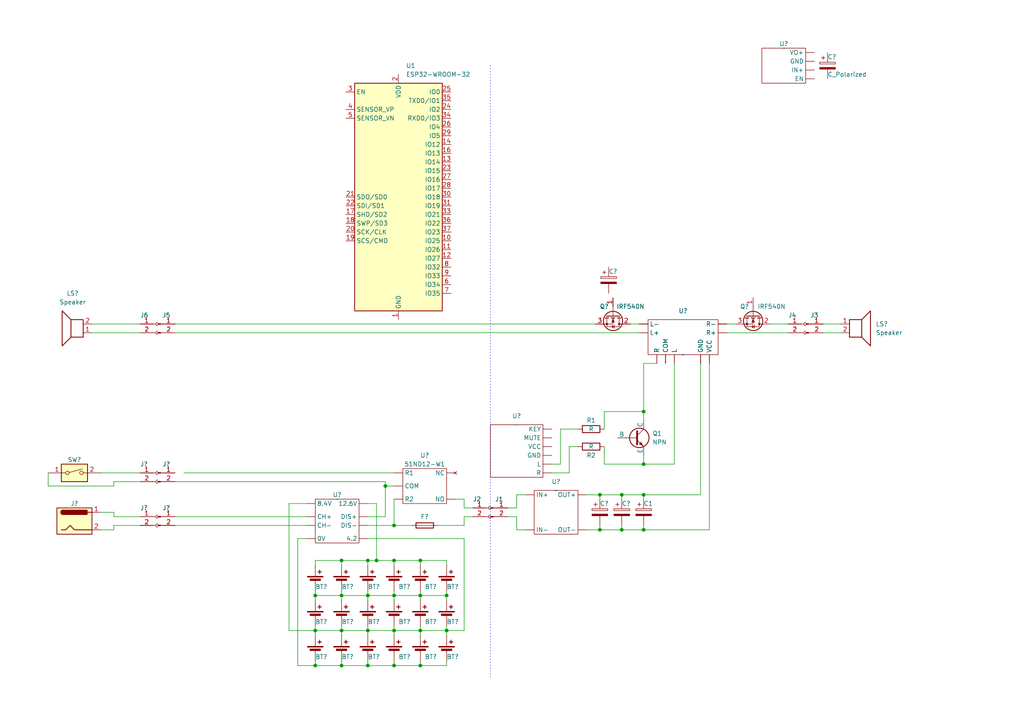
<source format=kicad_sch>
(kicad_sch (version 20230121) (generator eeschema)
  (paper "A4")
  (lib_symbols
    (symbol "Connector:Barrel_Jack" (pin_names (offset 1.016))
      (property "Reference" "J" (at 0 5.334 0))
      (property "Value" "Barrel_Jack" (at 0 -5.08 0))
      (symbol "Barrel_Jack_0_1"
        (rectangle (start -5.08 3.81) (end 5.08 -3.81) (stroke (width 0.254)) (fill (type background)))
        (arc (start -3.302 3.175) (mid -3.9343 2.54) (end -3.302 1.905) (stroke (width 0.254)))
        (arc (start -3.302 3.175) (mid -3.9343 2.54) (end -3.302 1.905) (stroke (width 0.254)) (fill (type outline)))
        (polyline (pts (xy 5.08 2.54) (xy 3.81 2.54)) (stroke (width 0.254)))
        (polyline (pts (xy -3.81 -2.54) (xy -2.54 -2.54) (xy -1.27 -1.27) (xy 0 -2.54) (xy 2.54 -2.54) (xy 5.08 -2.54)) (stroke (width 0.254)))
        (rectangle (start 3.683 3.175) (end -3.302 1.905) (stroke (width 0.254)) (fill (type outline)))
      )
      (symbol "Barrel_Jack_1_1"
        (pin passive line (at 7.62 2.54 180) (length 2.54) (name "~") (number "1"))
        (pin passive line (at 7.62 -2.54 180) (length 2.54) (name "~") (number "2"))
      )
    )
    (symbol "Connector:Conn_01x02_Pin" (pin_names (offset 1.016) hide)
      (property "Reference" "J" (at 0 2.54 0))
      (property "Value" "Conn_01x02_Pin" (at 0 -5.08 0))
      (symbol "Conn_01x02_Pin_1_1"
        (polyline (pts (xy 1.27 -2.54) (xy 0.8636 -2.54)) (stroke (width 0.1524)))
        (polyline (pts (xy 1.27 0) (xy 0.8636 0)) (stroke (width 0.1524)))
        (rectangle (start 0.8636 -2.413) (end 0 -2.667) (stroke (width 0.1524)) (fill (type outline)))
        (rectangle (start 0.8636 0.127) (end 0 -0.127) (stroke (width 0.1524)) (fill (type outline)))
        (pin passive line (at 5.08 0 180) (length 3.81) (name "Pin_1") (number "1"))
        (pin passive line (at 5.08 -2.54 180) (length 3.81) (name "Pin_2") (number "2"))
      )
    )
    (symbol "Connector:Conn_01x02_Socket" (pin_names (offset 1.016) hide)
      (property "Reference" "J" (at 0 2.54 0))
      (property "Value" "Conn_01x02_Socket" (at 0 -5.08 0))
      (symbol "Conn_01x02_Socket_1_1"
        (arc (start 0 -2.032) (mid -0.5058 -2.54) (end 0 -3.048) (stroke (width 0.1524)))
        (polyline (pts (xy -1.27 -2.54) (xy -0.508 -2.54)) (stroke (width 0.1524)))
        (polyline (pts (xy -1.27 0) (xy -0.508 0)) (stroke (width 0.1524)))
        (arc (start 0 0.508) (mid -0.5058 0) (end 0 -0.508) (stroke (width 0.1524)))
        (pin passive line (at -5.08 0 0) (length 3.81) (name "Pin_1") (number "1"))
        (pin passive line (at -5.08 -2.54 0) (length 3.81) (name "Pin_2") (number "2"))
      )
    )
    (symbol "Device:Battery_Cell" (pin_numbers hide) (pin_names (offset 0) hide)
      (property "Reference" "BT" (at 2.54 2.54 0))
      (property "Value" "Battery_Cell" (at 2.54 0 0))
      (symbol "Battery_Cell_0_1"
        (rectangle (start -2.286 1.778) (end 2.286 1.524) (fill (type outline)))
        (rectangle (start -1.524 1.016) (end 1.524 0.508) (fill (type outline)))
        (polyline (pts (xy 0 0.762) (xy 0 0)))
        (polyline (pts (xy 0 1.778) (xy 0 2.54)))
        (polyline (pts (xy 0.762 3.048) (xy 1.778 3.048)) (stroke (width 0.254)))
        (polyline (pts (xy 1.27 3.556) (xy 1.27 2.54)) (stroke (width 0.254)))
      )
      (symbol "Battery_Cell_1_1"
        (pin passive line (at 0 5.08 270) (length 2.54) (name "+") (number "1"))
        (pin passive line (at 0 -2.54 90) (length 2.54) (name "-") (number "2"))
      )
    )
    (symbol "Device:C_Polarized" (pin_numbers hide) (pin_names (offset 0.254))
      (property "Reference" "C" (at 0.635 2.54 0))
      (property "Value" "C_Polarized" (at 0.635 -2.54 0))
      (symbol "C_Polarized_0_1"
        (rectangle (start -2.286 0.508) (end 2.286 1.016))
        (polyline (pts (xy -1.778 2.286) (xy -0.762 2.286)))
        (polyline (pts (xy -1.27 2.794) (xy -1.27 1.778)))
        (rectangle (start 2.286 -0.508) (end -2.286 -1.016) (fill (type outline)))
      )
      (symbol "C_Polarized_1_1"
        (pin passive line (at 0 3.81 270) (length 2.794) (name "~") (number "1"))
        (pin passive line (at 0 -3.81 90) (length 2.794) (name "~") (number "2"))
      )
    )
    (symbol "Device:Fuse" (pin_numbers hide) (pin_names (offset 0))
      (property "Reference" "F" (at 2.032 0 90))
      (property "Value" "Fuse" (at -1.905 0 90))
      (symbol "Fuse_0_1"
        (rectangle (start -0.762 -2.54) (end 0.762 2.54) (stroke (width 0.254)))
        (polyline (pts (xy 0 2.54) (xy 0 -2.54)))
      )
      (symbol "Fuse_1_1"
        (pin passive line (at 0 3.81 270) (length 1.27) (name "~") (number "1"))
        (pin passive line (at 0 -3.81 90) (length 1.27) (name "~") (number "2"))
      )
    )
    (symbol "Device:R" (pin_numbers hide) (pin_names (offset 0))
      (property "Reference" "R" (at 2.032 0 90))
      (property "Value" "R" (at 0 0 90))
      (symbol "R_0_1"
        (rectangle (start -1.016 -2.54) (end 1.016 2.54) (stroke (width 0.254)))
      )
      (symbol "R_1_1"
        (pin passive line (at 0 3.81 270) (length 1.27) (name "~") (number "1"))
        (pin passive line (at 0 -3.81 90) (length 1.27) (name "~") (number "2"))
      )
    )
    (symbol "Device:Speaker" (pin_names (offset 0) hide)
      (property "Reference" "LS" (at 1.27 5.715 0))
      (property "Value" "Speaker" (at 1.27 3.81 0))
      (symbol "Speaker_0_0"
        (rectangle (start -2.54 1.27) (end 1.016 -3.81) (stroke (width 0.254)))
        (polyline (pts (xy 1.016 1.27) (xy 3.556 3.81) (xy 3.556 -6.35) (xy 1.016 -3.81)) (stroke (width 0.254)))
      )
      (symbol "Speaker_1_1"
        (pin input line (at -5.08 0 0) (length 2.54) (name "1") (number "1"))
        (pin input line (at -5.08 -2.54 0) (length 2.54) (name "2") (number "2"))
      )
    )
    (symbol "RF_Module:ESP32-WROOM-32"
      (property "Reference" "U" (at -12.7 34.29 0))
      (property "Value" "ESP32-WROOM-32" (at 1.27 34.29 0))
      (symbol "ESP32-WROOM-32_0_1"
        (rectangle (start -12.7 33.02) (end 12.7 -33.02) (stroke (width 0.254)) (fill (type background)))
      )
      (symbol "ESP32-WROOM-32_1_1"
        (pin power_in line (at 0 -35.56 90) (length 2.54) (name "GND") (number "1"))
        (pin bidirectional line (at 15.24 -12.7 180) (length 2.54) (name "IO25") (number "10"))
        (pin bidirectional line (at 15.24 -15.24 180) (length 2.54) (name "IO26") (number "11"))
        (pin bidirectional line (at 15.24 -17.78 180) (length 2.54) (name "IO27") (number "12"))
        (pin bidirectional line (at 15.24 10.16 180) (length 2.54) (name "IO14") (number "13"))
        (pin bidirectional line (at 15.24 15.24 180) (length 2.54) (name "IO12") (number "14"))
        (pin passive line (at 0 -35.56 90) (length 2.54) hide (name "GND") (number "15"))
        (pin bidirectional line (at 15.24 12.7 180) (length 2.54) (name "IO13") (number "16"))
        (pin bidirectional line (at -15.24 -5.08 0) (length 2.54) (name "SHD/SD2") (number "17"))
        (pin bidirectional line (at -15.24 -7.62 0) (length 2.54) (name "SWP/SD3") (number "18"))
        (pin bidirectional line (at -15.24 -12.7 0) (length 2.54) (name "SCS/CMD") (number "19"))
        (pin power_in line (at 0 35.56 270) (length 2.54) (name "VDD") (number "2"))
        (pin bidirectional line (at -15.24 -10.16 0) (length 2.54) (name "SCK/CLK") (number "20"))
        (pin bidirectional line (at -15.24 0 0) (length 2.54) (name "SDO/SD0") (number "21"))
        (pin bidirectional line (at -15.24 -2.54 0) (length 2.54) (name "SDI/SD1") (number "22"))
        (pin bidirectional line (at 15.24 7.62 180) (length 2.54) (name "IO15") (number "23"))
        (pin bidirectional line (at 15.24 25.4 180) (length 2.54) (name "IO2") (number "24"))
        (pin bidirectional line (at 15.24 30.48 180) (length 2.54) (name "IO0") (number "25"))
        (pin bidirectional line (at 15.24 20.32 180) (length 2.54) (name "IO4") (number "26"))
        (pin bidirectional line (at 15.24 5.08 180) (length 2.54) (name "IO16") (number "27"))
        (pin bidirectional line (at 15.24 2.54 180) (length 2.54) (name "IO17") (number "28"))
        (pin bidirectional line (at 15.24 17.78 180) (length 2.54) (name "IO5") (number "29"))
        (pin input line (at -15.24 30.48 0) (length 2.54) (name "EN") (number "3"))
        (pin bidirectional line (at 15.24 0 180) (length 2.54) (name "IO18") (number "30"))
        (pin bidirectional line (at 15.24 -2.54 180) (length 2.54) (name "IO19") (number "31"))
        (pin no_connect line (at -12.7 -27.94 0) (length 2.54) hide (name "NC") (number "32"))
        (pin bidirectional line (at 15.24 -5.08 180) (length 2.54) (name "IO21") (number "33"))
        (pin bidirectional line (at 15.24 22.86 180) (length 2.54) (name "RXD0/IO3") (number "34"))
        (pin bidirectional line (at 15.24 27.94 180) (length 2.54) (name "TXD0/IO1") (number "35"))
        (pin bidirectional line (at 15.24 -7.62 180) (length 2.54) (name "IO22") (number "36"))
        (pin bidirectional line (at 15.24 -10.16 180) (length 2.54) (name "IO23") (number "37"))
        (pin passive line (at 0 -35.56 90) (length 2.54) hide (name "GND") (number "38"))
        (pin passive line (at 0 -35.56 90) (length 2.54) hide (name "GND") (number "39"))
        (pin input line (at -15.24 25.4 0) (length 2.54) (name "SENSOR_VP") (number "4"))
        (pin input line (at -15.24 22.86 0) (length 2.54) (name "SENSOR_VN") (number "5"))
        (pin input line (at 15.24 -25.4 180) (length 2.54) (name "IO34") (number "6"))
        (pin input line (at 15.24 -27.94 180) (length 2.54) (name "IO35") (number "7"))
        (pin bidirectional line (at 15.24 -20.32 180) (length 2.54) (name "IO32") (number "8"))
        (pin bidirectional line (at 15.24 -22.86 180) (length 2.54) (name "IO33") (number "9"))
      )
    )
    (symbol "Simulation_SPICE:NPN" (pin_numbers hide) (pin_names (offset 0))
      (property "Reference" "Q" (at -2.54 7.62 0))
      (property "Value" "NPN" (at -2.54 5.08 0))
      (symbol "NPN_0_1"
        (polyline (pts (xy -2.54 0) (xy 0.635 0)) (stroke (width 0.1524)))
        (polyline (pts (xy 0.635 0.635) (xy 2.54 2.54)))
        (polyline (pts (xy 2.794 -1.27) (xy 2.794 -1.27)) (stroke (width 0.1524)))
        (polyline (pts (xy 2.794 -1.27) (xy 2.794 -1.27)) (stroke (width 0.1524)))
        (polyline (pts (xy 0.635 -0.635) (xy 2.54 -2.54) (xy 2.54 -2.54)))
        (polyline (pts (xy 0.635 1.905) (xy 0.635 -1.905) (xy 0.635 -1.905)) (stroke (width 0.508)))
        (polyline (pts (xy 1.27 -1.778) (xy 1.778 -1.27) (xy 2.286 -2.286) (xy 1.27 -1.778) (xy 1.27 -1.778)) (fill (type outline)))
        (circle (center 1.27 0) (radius 2.8194) (stroke (width 0.254)))
      )
      (symbol "NPN_1_1"
        (pin open_collector line (at 2.54 5.08 270) (length 2.54) (name "C") (number "1"))
        (pin input line (at -5.08 0 0) (length 2.54) (name "B") (number "2"))
        (pin open_emitter line (at 2.54 -5.08 90) (length 2.54) (name "E") (number "3"))
      )
    )
    (symbol "Switch:SW_DIP_x01" (pin_names (offset 0) hide)
      (property "Reference" "SW" (at 0 3.81 0))
      (property "Value" "SW_DIP_x01" (at 0 -3.81 0))
      (symbol "SW_DIP_x01_0_0"
        (circle (center -2.032 0) (radius 0.508))
        (polyline (pts (xy -1.524 0.127) (xy 2.3622 1.1684)))
        (circle (center 2.032 0) (radius 0.508))
      )
      (symbol "SW_DIP_x01_0_1"
        (rectangle (start -3.81 2.54) (end 3.81 -2.54) (stroke (width 0.254)) (fill (type background)))
      )
      (symbol "SW_DIP_x01_1_1"
        (pin passive line (at -7.62 0 0) (length 5.08) (name "~") (number "1"))
        (pin passive line (at 7.62 0 180) (length 5.08) (name "~") (number "2"))
      )
    )
    (symbol "Transistor_FET:IRF540N" (pin_names hide)
      (property "Reference" "Q" (at 6.35 1.905 0))
      (property "Value" "IRF540N" (at 6.35 0 0))
      (symbol "IRF540N_0_1"
        (polyline (pts (xy 0.254 0) (xy -2.54 0)))
        (polyline (pts (xy 0.254 1.905) (xy 0.254 -1.905)) (stroke (width 0.254)))
        (polyline (pts (xy 0.762 -1.27) (xy 0.762 -2.286)) (stroke (width 0.254)))
        (polyline (pts (xy 0.762 0.508) (xy 0.762 -0.508)) (stroke (width 0.254)))
        (polyline (pts (xy 0.762 2.286) (xy 0.762 1.27)) (stroke (width 0.254)))
        (polyline (pts (xy 2.54 2.54) (xy 2.54 1.778)))
        (polyline (pts (xy 2.54 -2.54) (xy 2.54 0) (xy 0.762 0)))
        (polyline (pts (xy 0.762 -1.778) (xy 3.302 -1.778) (xy 3.302 1.778) (xy 0.762 1.778)))
        (polyline (pts (xy 1.016 0) (xy 2.032 0.381) (xy 2.032 -0.381) (xy 1.016 0)) (fill (type outline)))
        (polyline (pts (xy 2.794 0.508) (xy 2.921 0.381) (xy 3.683 0.381) (xy 3.81 0.254)))
        (polyline (pts (xy 3.302 0.381) (xy 2.921 -0.254) (xy 3.683 -0.254) (xy 3.302 0.381)))
        (circle (center 1.651 0) (radius 2.794) (stroke (width 0.254)))
        (circle (center 2.54 -1.778) (radius 0.254) (fill (type outline)))
        (circle (center 2.54 1.778) (radius 0.254) (fill (type outline)))
      )
      (symbol "IRF540N_1_1"
        (pin input line (at -5.08 0 0) (length 2.54) (name "G") (number "1"))
        (pin passive line (at 2.54 5.08 270) (length 2.54) (name "D") (number "2"))
        (pin passive line (at 2.54 -5.08 90) (length 2.54) (name "S") (number "3"))
      )
    )
    (symbol "Vibe:51ND12-W1"
      (property "Reference" "U" (at 0 3.81 0))
      (property "Value" "51ND12-W1" (at 0 1.27 0))
      (symbol "51ND12-W1_0_1"
        (rectangle (start -6.35 0) (end 6.35 -10.16))
      )
      (symbol "51ND12-W1_1_1"
        (pin power_in line (at -8.89 -5.08 0) (length 2.54) (name "COM") (number ""))
        (pin no_connect line (at 8.89 -1.27 180) (length 2.54) (name "NC") (number ""))
        (pin power_in line (at 8.89 -8.89 180) (length 2.54) (name "NO") (number ""))
        (pin power_in line (at -8.89 -1.27 0) (length 2.54) (name "R1") (number ""))
        (pin power_in line (at -8.89 -8.89 0) (length 2.54) (name "R2") (number ""))
      )
    )
    (symbol "Vibe:BMS"
      (property "Reference" "U" (at 0 1.27 0))
      (symbol "BMS_0_1"
        (rectangle (start -6.35 0) (end 6.35 -12.7))
      )
      (symbol "BMS_1_1"
        (pin power_out line (at -8.89 -11.43 0) (length 2.54) (name "0V") (number ""))
        (pin power_out line (at 8.89 -1.27 180) (length 2.54) (name "12.6V") (number ""))
        (pin power_out line (at 8.89 -11.43 180) (length 2.54) (name "4.2") (number ""))
        (pin power_out line (at -8.89 -1.27 0) (length 2.54) (name "8.4V") (number ""))
        (pin power_in line (at -8.89 -5.08 0) (length 2.54) (name "CH+") (number ""))
        (pin power_in line (at -8.89 -7.62 0) (length 2.54) (name "CH-") (number ""))
        (pin power_out line (at 8.89 -5.08 180) (length 2.54) (name "DIS+") (number ""))
        (pin power_out line (at 8.89 -7.62 180) (length 2.54) (name "DIS-") (number ""))
      )
    )
    (symbol "Vibe:M18"
      (property "Reference" "U" (at 0 1.27 0))
      (symbol "M18_0_1"
        (rectangle (start -7.62 0) (end 7.62 -15.24))
      )
      (symbol "M18_1_1"
        (pin input line (at 10.16 -8.89 180) (length 2.54) (name "GND") (number ""))
        (pin input line (at 10.16 -1.27 180) (length 2.54) (name "KEY") (number ""))
        (pin input line (at 10.16 -11.43 180) (length 2.54) (name "L") (number ""))
        (pin input line (at 10.16 -3.81 180) (length 2.54) (name "MUTE") (number ""))
        (pin input line (at 10.16 -13.97 180) (length 2.54) (name "R") (number ""))
        (pin input line (at 10.16 -6.35 180) (length 2.54) (name "VCC") (number ""))
      )
    )
    (symbol "Vibe:STDN-3A24-ADJ"
      (property "Reference" "U" (at 0 1.27 0))
      (symbol "STDN-3A24-ADJ_0_1"
        (rectangle (start -6.35 0) (end 6.35 -10.16))
      )
      (symbol "STDN-3A24-ADJ_1_1"
        (pin input line (at 8.89 -8.89 180) (length 2.54) (name "EN") (number ""))
        (pin power_in line (at 8.89 -3.81 180) (length 2.54) (name "GND") (number ""))
        (pin power_in line (at 8.89 -6.35 180) (length 2.54) (name "IN+") (number ""))
        (pin power_out line (at 8.89 -1.27 180) (length 2.54) (name "VO+") (number ""))
      )
    )
    (symbol "Vibe:XH-A232"
      (property "Reference" "U" (at 0 1.27 0))
      (symbol "XH-A232_0_1"
        (rectangle (start -10.16 0) (end 10.16 -10.16))
      )
      (symbol "XH-A232_1_1"
        (pin input line (at 5.08 2.54 270) (length 2.54) (name "COM") (number ""))
        (pin power_in line (at -5.08 2.54 270) (length 2.54) (name "GND") (number ""))
        (pin input line (at 2.54 2.54 270) (length 2.54) (name "L") (number ""))
        (pin output line (at 12.7 -6.35 180) (length 2.54) (name "L+") (number ""))
        (pin output line (at 12.7 -8.89 180) (length 2.54) (name "L-") (number ""))
        (pin input line (at 7.62 2.54 270) (length 2.54) (name "R") (number ""))
        (pin output line (at -12.7 -6.35 0) (length 2.54) (name "R+") (number ""))
        (pin output line (at -12.7 -8.89 0) (length 2.54) (name "R-") (number ""))
        (pin power_in line (at -7.62 2.54 270) (length 2.54) (name "VCC") (number ""))
      )
    )
    (symbol "Vibe:XL6009"
      (property "Reference" "U" (at 0 1.27 0))
      (symbol "XL6009_0_1"
        (rectangle (start -6.35 0) (end 6.35 -12.7))
      )
      (symbol "XL6009_1_1"
        (pin power_in line (at -8.89 -1.27 0) (length 2.54) (name "IN+") (number ""))
        (pin power_in line (at -8.89 -11.43 0) (length 2.54) (name "IN-") (number ""))
        (pin power_out line (at 8.89 -1.27 180) (length 2.54) (name "OUT+") (number ""))
        (pin power_in line (at 8.89 -11.43 180) (length 2.54) (name "OUT-") (number ""))
      )
    )
  )
  (junction (at 180.34 153.67))
  (junction (at 121.92 182.88))
  (junction (at 109.22 162.56))
  (junction (at 129.54 182.88))
  (junction (at 180.34 143.51))
  (junction (at 186.69 134.62))
  (junction (at 173.99 143.51))
  (junction (at 99.06 172.72))
  (junction (at 106.68 182.88))
  (junction (at 99.06 182.88))
  (junction (at 114.3 162.56))
  (junction (at 99.06 193.04))
  (junction (at 106.68 162.56))
  (junction (at 91.44 193.04))
  (junction (at 121.92 172.72))
  (junction (at 186.69 153.67))
  (junction (at 106.68 172.72))
  (junction (at 173.99 153.67))
  (junction (at 114.3 152.4))
  (junction (at 91.44 172.72))
  (junction (at 111.76 140.97))
  (junction (at 114.3 172.72))
  (junction (at 114.3 193.04))
  (junction (at 186.69 143.51))
  (junction (at 106.68 193.04))
  (junction (at 91.44 182.88))
  (junction (at 129.54 172.72))
  (junction (at 114.3 182.88))
  (junction (at 99.06 162.56))
  (junction (at 121.92 193.04))
  (junction (at 121.92 162.56))
  (junction (at 186.69 119.38))
  (wire (pts (xy 50.8 93.98) (xy 172.72 93.98)))
  (wire (pts (xy 175.26 134.62) (xy 186.69 134.62)))
  (wire (pts (xy 99.06 193.04) (xy 106.68 193.04)))
  (wire (pts (xy 106.68 146.05) (xy 109.22 146.05)))
  (wire (pts (xy 99.06 191.77) (xy 99.06 193.04)))
  (wire (pts (xy 121.92 182.88) (xy 121.92 184.15)))
  (wire (pts (xy 99.06 172.72) (xy 106.68 172.72)))
  (wire (pts (xy 180.34 143.51) (xy 186.69 143.51)))
  (wire (pts (xy 53.34 137.16) (xy 114.3 137.16)))
  (wire (pts (xy 114.3 172.72) (xy 114.3 173.99)))
  (wire (pts (xy 223.52 93.98) (xy 228.6 93.98)))
  (wire (pts (xy 33.02 139.7) (xy 33.02 140.97)))
  (wire (pts (xy 121.92 162.56) (xy 121.92 163.83)))
  (wire (pts (xy 186.69 119.38) (xy 186.69 121.92)))
  (wire (pts (xy 129.54 181.61) (xy 129.54 182.88)))
  (wire (pts (xy 33.02 140.97) (xy 13.97 140.97)))
  (wire (pts (xy 180.34 153.67) (xy 186.69 153.67)))
  (wire (pts (xy 121.92 191.77) (xy 121.92 193.04)))
  (wire (pts (xy 114.3 172.72) (xy 121.92 172.72)))
  (wire (pts (xy 149.86 153.67) (xy 152.4 153.67)))
  (wire (pts (xy 160.02 137.16) (xy 165.1 137.16)))
  (wire (pts (xy 106.68 182.88) (xy 106.68 184.15)))
  (wire (pts (xy 134.62 182.88) (xy 134.62 156.21)))
  (wire (pts (xy 170.18 153.67) (xy 173.99 153.67)))
  (wire (pts (xy 91.44 193.04) (xy 99.06 193.04)))
  (wire (pts (xy 186.69 143.51) (xy 203.2 143.51)))
  (wire (pts (xy 162.56 124.46) (xy 167.64 124.46)))
  (wire (pts (xy 106.68 193.04) (xy 114.3 193.04)))
  (wire (pts (xy 86.36 156.21) (xy 88.9 156.21)))
  (wire (pts (xy 114.3 162.56) (xy 121.92 162.56)))
  (wire (pts (xy 210.82 96.52) (xy 228.6 96.52)))
  (wire (pts (xy 50.8 149.86) (xy 88.9 149.86)))
  (wire (pts (xy 29.21 153.67) (xy 33.02 153.67)))
  (wire (pts (xy 173.99 152.4) (xy 173.99 153.67)))
  (wire (pts (xy 91.44 181.61) (xy 91.44 182.88)))
  (wire (pts (xy 29.21 137.16) (xy 40.64 137.16)))
  (wire (pts (xy 238.76 93.98) (xy 243.84 93.98)))
  (wire (pts (xy 114.3 182.88) (xy 121.92 182.88)))
  (wire (pts (xy 114.3 171.45) (xy 114.3 172.72)))
  (wire (pts (xy 106.68 149.86) (xy 111.76 149.86)))
  (wire (pts (xy 111.76 139.7) (xy 111.76 140.97)))
  (wire (pts (xy 33.02 139.7) (xy 40.64 139.7)))
  (wire (pts (xy 99.06 181.61) (xy 99.06 182.88)))
  (wire (pts (xy 134.62 156.21) (xy 106.68 156.21)))
  (wire (pts (xy 99.06 182.88) (xy 106.68 182.88)))
  (wire (pts (xy 114.3 181.61) (xy 114.3 182.88)))
  (wire (pts (xy 29.21 148.59) (xy 33.02 148.59)))
  (wire (pts (xy 195.58 105.41) (xy 195.58 134.62)))
  (wire (pts (xy 186.69 143.51) (xy 186.69 144.78)))
  (wire (pts (xy 99.06 172.72) (xy 99.06 173.99)))
  (wire (pts (xy 106.68 182.88) (xy 114.3 182.88)))
  (wire (pts (xy 205.74 153.67) (xy 205.74 105.41)))
  (wire (pts (xy 111.76 140.97) (xy 114.3 140.97)))
  (wire (pts (xy 106.68 172.72) (xy 106.68 173.99)))
  (wire (pts (xy 173.99 143.51) (xy 180.34 143.51)))
  (wire (pts (xy 106.68 181.61) (xy 106.68 182.88)))
  (wire (pts (xy 121.92 172.72) (xy 121.92 173.99)))
  (wire (pts (xy 121.92 171.45) (xy 121.92 172.72)))
  (wire (pts (xy 50.8 96.52) (xy 185.42 96.52)))
  (wire (pts (xy 33.02 153.67) (xy 33.02 152.4)))
  (wire (pts (xy 106.68 171.45) (xy 106.68 172.72)))
  (wire (pts (xy 86.36 156.21) (xy 86.36 193.04)))
  (wire (pts (xy 91.44 162.56) (xy 99.06 162.56)))
  (wire (pts (xy 114.3 193.04) (xy 121.92 193.04)))
  (wire (pts (xy 180.34 152.4) (xy 180.34 153.67)))
  (wire (pts (xy 210.82 93.98) (xy 213.36 93.98)))
  (wire (pts (xy 173.99 143.51) (xy 173.99 144.78)))
  (wire (pts (xy 149.86 143.51) (xy 152.4 143.51)))
  (wire (pts (xy 186.69 152.4) (xy 186.69 153.67)))
  (wire (pts (xy 186.69 134.62) (xy 195.58 134.62)))
  (wire (pts (xy 203.2 143.51) (xy 203.2 105.41)))
  (wire (pts (xy 147.32 147.32) (xy 149.86 147.32)))
  (wire (pts (xy 99.06 171.45) (xy 99.06 172.72)))
  (polyline (pts (xy 142.24 19.05) (xy 142.24 196.85)) (stroke (width 0.2) (type dot)))
  (wire (pts (xy 162.56 134.62) (xy 162.56 124.46)))
  (wire (pts (xy 170.18 143.51) (xy 173.99 143.51)))
  (wire (pts (xy 99.06 182.88) (xy 99.06 184.15)))
  (wire (pts (xy 99.06 162.56) (xy 99.06 163.83)))
  (wire (pts (xy 186.69 119.38) (xy 186.69 105.41)))
  (wire (pts (xy 165.1 137.16) (xy 165.1 129.54)))
  (wire (pts (xy 26.67 93.98) (xy 40.64 93.98)))
  (wire (pts (xy 134.62 147.32) (xy 137.16 147.32)))
  (wire (pts (xy 129.54 162.56) (xy 129.54 163.83)))
  (wire (pts (xy 149.86 147.32) (xy 149.86 143.51)))
  (wire (pts (xy 86.36 193.04) (xy 91.44 193.04)))
  (wire (pts (xy 238.76 96.52) (xy 243.84 96.52)))
  (wire (pts (xy 91.44 191.77) (xy 91.44 193.04)))
  (wire (pts (xy 33.02 148.59) (xy 33.02 149.86)))
  (wire (pts (xy 106.68 172.72) (xy 114.3 172.72)))
  (wire (pts (xy 134.62 182.88) (xy 129.54 182.88)))
  (wire (pts (xy 129.54 193.04) (xy 129.54 191.77)))
  (wire (pts (xy 109.22 162.56) (xy 109.22 146.05)))
  (wire (pts (xy 91.44 171.45) (xy 91.44 172.72)))
  (wire (pts (xy 175.26 119.38) (xy 186.69 119.38)))
  (wire (pts (xy 149.86 149.86) (xy 149.86 153.67)))
  (wire (pts (xy 114.3 162.56) (xy 114.3 163.83)))
  (wire (pts (xy 26.67 96.52) (xy 40.64 96.52)))
  (wire (pts (xy 147.32 149.86) (xy 149.86 149.86)))
  (wire (pts (xy 106.68 162.56) (xy 106.68 163.83)))
  (wire (pts (xy 182.88 93.98) (xy 185.42 93.98)))
  (wire (pts (xy 91.44 182.88) (xy 91.44 184.15)))
  (wire (pts (xy 33.02 152.4) (xy 40.64 152.4)))
  (wire (pts (xy 186.69 153.67) (xy 205.74 153.67)))
  (wire (pts (xy 180.34 144.78) (xy 180.34 143.51)))
  (wire (pts (xy 121.92 193.04) (xy 129.54 193.04)))
  (wire (pts (xy 91.44 182.88) (xy 83.82 182.88)))
  (wire (pts (xy 91.44 163.83) (xy 91.44 162.56)))
  (wire (pts (xy 91.44 172.72) (xy 99.06 172.72)))
  (wire (pts (xy 83.82 182.88) (xy 83.82 146.05)))
  (wire (pts (xy 186.69 132.08) (xy 186.69 134.62)))
  (wire (pts (xy 127 152.4) (xy 134.62 152.4)))
  (wire (pts (xy 106.68 162.56) (xy 109.22 162.56)))
  (wire (pts (xy 50.8 139.7) (xy 111.76 139.7)))
  (wire (pts (xy 114.3 191.77) (xy 114.3 193.04)))
  (wire (pts (xy 83.82 146.05) (xy 88.9 146.05)))
  (wire (pts (xy 121.92 162.56) (xy 129.54 162.56)))
  (wire (pts (xy 129.54 172.72) (xy 129.54 173.99)))
  (wire (pts (xy 114.3 182.88) (xy 114.3 184.15)))
  (wire (pts (xy 165.1 129.54) (xy 167.64 129.54)))
  (wire (pts (xy 114.3 144.78) (xy 114.3 152.4)))
  (wire (pts (xy 106.68 152.4) (xy 114.3 152.4)))
  (wire (pts (xy 175.26 129.54) (xy 175.26 134.62)))
  (wire (pts (xy 134.62 144.78) (xy 134.62 147.32)))
  (wire (pts (xy 33.02 149.86) (xy 40.64 149.86)))
  (wire (pts (xy 186.69 105.41) (xy 190.5 105.41)))
  (wire (pts (xy 132.08 144.78) (xy 134.62 144.78)))
  (wire (pts (xy 121.92 172.72) (xy 129.54 172.72)))
  (wire (pts (xy 99.06 162.56) (xy 106.68 162.56)))
  (wire (pts (xy 91.44 182.88) (xy 99.06 182.88)))
  (wire (pts (xy 121.92 182.88) (xy 129.54 182.88)))
  (wire (pts (xy 114.3 152.4) (xy 119.38 152.4)))
  (wire (pts (xy 134.62 149.86) (xy 137.16 149.86)))
  (wire (pts (xy 111.76 140.97) (xy 111.76 149.86)))
  (wire (pts (xy 121.92 181.61) (xy 121.92 182.88)))
  (wire (pts (xy 173.99 153.67) (xy 180.34 153.67)))
  (wire (pts (xy 13.97 140.97) (xy 13.97 137.16)))
  (wire (pts (xy 134.62 152.4) (xy 134.62 149.86)))
  (wire (pts (xy 129.54 182.88) (xy 129.54 184.15)))
  (wire (pts (xy 160.02 134.62) (xy 162.56 134.62)))
  (wire (pts (xy 91.44 172.72) (xy 91.44 173.99)))
  (wire (pts (xy 109.22 162.56) (xy 114.3 162.56)))
  (wire (pts (xy 129.54 171.45) (xy 129.54 172.72)))
  (wire (pts (xy 175.26 119.38) (xy 175.26 124.46)))
  (wire (pts (xy 50.8 152.4) (xy 88.9 152.4)))
  (wire (pts (xy 106.68 191.77) (xy 106.68 193.04)))
  (symbol (lib_id "Device:Battery_Cell") (at 114.3 189.23 0) (unit 1)
    (property "Reference" "BT?" (at 115.57 190.5 0) (effects (justify left)))
    (property "Value" "Battery_Cell" (effects hide))
  )
  (symbol (lib_id "Transistor_FET:IRF540N") (at 218.44 91.44 270) (unit 1)
    (property "Reference" "Q?" (at 214.63 88.9 90) (effects (justify left)))
    (property "Value" "IRF540N" (at 219.71 88.9 90) (effects (justify left)))
    (property "Footprint" "Package_TO_SOT_THT:TO-220-3_Vertical" (effects hide))
    (property "Datasheet" "http://www.irf.com/product-info/datasheets/data/irf540n.pdf" (effects hide))
  )
  (symbol (lib_id "Vibe:XL6009") (at 161.29 142.24 0) (unit 1)
    (property "Reference" "U?" (at 161.29 139.7 0))
    (property "Value" "~" (at 161.29 142.24 0))
  )
  (symbol (lib_id "Device:C_Polarized") (at 173.99 148.59 0) (unit 1)
    (property "Reference" "C?" (at 173.99 146.05 0) (effects (justify left)))
    (property "Value" "C_Polarized" (effects hide))
  )
  (symbol (lib_id "Device:R") (at 171.45 129.54 90) (unit 1)
    (property "Reference" "R2" (at 171.45 132.08 90))
    (property "Value" "R" (at 171.45 129.54 90))
  )
  (symbol (lib_id "Device:Battery_Cell") (at 106.68 179.07 0) (unit 1)
    (property "Reference" "BT?" (at 106.68 180.34 0) (effects (justify left)))
    (property "Value" "Battery_Cell" (effects hide))
  )
  (symbol (lib_id "RF_Module:ESP32-WROOM-32") (at 115.57 57.15 0) (unit 1)
    (property "Reference" "U1" (at 117.7641 19.05 0) (effects (justify left)))
    (property "Value" "ESP32-WROOM-32" (at 117.7641 21.59 0) (effects (justify left)))
    (property "Footprint" "RF_Module:ESP32-WROOM-32" (effects hide))
    (property "Datasheet" "https://www.espressif.com/sites/default/files/documentation/esp32-wroom-32_datasheet_en.pdf" (effects hide))
  )
  (symbol (lib_id "Device:C_Polarized") (at 176.53 81.28 0) (unit 1)
    (property "Reference" "C?" (at 176.53 78.74 0) (effects (justify left)))
    (property "Value" "C_Polarized" (effects hide))
  )
  (symbol (lib_id "Device:Battery_Cell") (at 91.44 179.07 0) (unit 1)
    (property "Reference" "BT?" (at 91.44 180.34 0) (effects (justify left)))
    (property "Value" "Battery_Cell" (effects hide))
  )
  (symbol (lib_id "Vibe:STDN-3A24-ADJ") (at 227.33 13.97 0) (unit 1)
    (property "Reference" "U?" (at 227.33 12.7 0))
    (property "Value" "~" (at 227.33 13.97 0))
  )
  (symbol (lib_id "Device:Battery_Cell") (at 99.06 179.07 0) (unit 1)
    (property "Reference" "BT?" (at 99.06 180.34 0) (effects (justify left)))
    (property "Value" "Battery_Cell" (effects hide))
  )
  (symbol (lib_id "Connector:Barrel_Jack") (at 21.59 151.13 0) (unit 1)
    (property "Reference" "J?" (at 21.59 146.05 0))
    (property "Value" "Barrel_Jack" (effects hide))
  )
  (symbol (lib_id "Device:Battery_Cell") (at 129.54 179.07 0) (unit 1)
    (property "Reference" "BT?" (at 129.54 180.34 0) (effects (justify left)))
    (property "Value" "Battery_Cell" (effects hide))
  )
  (symbol (lib_id "Device:Fuse") (at 123.19 152.4 90) (unit 1)
    (property "Reference" "F?" (at 123.19 149.86 90))
    (property "Value" "Fuse" (effects hide))
  )
  (symbol (lib_id "Device:Speaker") (at 248.92 93.98 0) (unit 1)
    (property "Reference" "LS?" (at 254 93.98 0) (effects (justify left)))
    (property "Value" "Speaker" (at 254 96.52 0) (effects (justify left)))
  )
  (symbol (lib_id "Device:C_Polarized") (at 186.69 148.59 0) (unit 1)
    (property "Reference" "C1" (at 186.69 146.05 0) (effects (justify left)))
    (property "Value" "C_Polarized" (effects hide))
  )
  (symbol (lib_id "Device:Battery_Cell") (at 106.68 189.23 0) (unit 1)
    (property "Reference" "BT?" (at 106.68 190.5 0) (effects (justify left)))
    (property "Value" "Battery_Cell" (effects hide))
  )
  (symbol (lib_id "Simulation_SPICE:NPN") (at 184.15 127 0) (unit 1)
    (property "Reference" "Q1" (at 189.23 125.73 0) (effects (justify left)))
    (property "Value" "NPN" (at 189.23 128.27 0) (effects (justify left)))
    (property "Sim.Device" "NPN" (effects hide))
    (property "Sim.Type" "GUMMELPOON" (effects hide))
    (property "Sim.Pins" "1=C 2=B 3=E" (effects hide))
  )
  (symbol (lib_id "Connector:Conn_01x02_Socket") (at 45.72 137.16 0) (unit 1)
    (property "Reference" "J?" (at 40.64 134.62 0) (effects (justify left)))
    (property "Value" "Conn_01x02_Socket" (effects hide))
  )
  (symbol (lib_id "Connector:Conn_01x02_Pin") (at 233.68 93.98 0) (unit 1)
    (property "Reference" "J3" (at 236.22 91.44 0))
    (property "Value" "Conn_01x02_Pin" (effects hide))
  )
  (symbol (lib_id "Device:R") (at 171.45 124.46 90) (unit 1)
    (property "Reference" "R1" (at 171.45 121.92 90))
    (property "Value" "R" (at 171.45 124.46 90))
  )
  (symbol (lib_id "Device:Battery_Cell") (at 121.92 179.07 0) (unit 1)
    (property "Reference" "BT?" (at 123.19 180.34 0) (effects (justify left)))
    (property "Value" "Battery_Cell" (effects hide))
  )
  (symbol (lib_id "Connector:Conn_01x02_Socket") (at 233.68 93.98 0) (unit 1)
    (property "Reference" "J4" (at 228.6 91.44 0) (effects (justify left)))
    (property "Value" "Conn_01x02_Socket" (effects hide))
  )
  (symbol (lib_id "Device:Speaker") (at 21.59 96.52 180) (unit 1)
    (property "Reference" "LS?" (at 21.082 85.09 0))
    (property "Value" "Speaker" (at 21.082 87.63 0))
  )
  (symbol (lib_id "Device:Battery_Cell") (at 129.54 189.23 0) (unit 1)
    (property "Reference" "BT?" (at 129.54 190.5 0) (effects (justify left)))
    (property "Value" "Battery_Cell" (effects hide))
  )
  (symbol (lib_id "Connector:Conn_01x02_Pin") (at 142.24 147.32 0) (unit 1)
    (property "Reference" "J1" (at 144.78 144.78 0))
    (property "Value" "Conn_01x02_Pin" (effects hide))
  )
  (symbol (lib_id "Connector:Conn_01x02_Pin") (at 45.72 149.86 0) (unit 1)
    (property "Reference" "J?" (at 48.26 147.32 0))
    (property "Value" "Conn_01x02_Pin" (effects hide))
  )
  (symbol (lib_id "Connector:Conn_01x02_Socket") (at 142.24 147.32 0) (unit 1)
    (property "Reference" "J2" (at 137.16 144.78 0) (effects (justify left)))
    (property "Value" "Conn_01x02_Socket" (effects hide))
  )
  (symbol (lib_id "Connector:Conn_01x02_Pin") (at 45.72 93.98 0) (unit 1)
    (property "Reference" "J5" (at 48.26 91.44 0))
    (property "Value" "Conn_01x02_Pin" (effects hide))
  )
  (symbol (lib_id "Device:C_Polarized") (at 180.34 148.59 0) (unit 1)
    (property "Reference" "C?" (at 180.34 146.05 0) (effects (justify left)))
    (property "Value" "C_Polarized" (effects hide))
  )
  (symbol (lib_id "Device:Battery_Cell") (at 106.68 168.91 0) (unit 1)
    (property "Reference" "BT?" (at 106.68 170.18 0) (effects (justify left)))
    (property "Value" "Battery_Cell" (effects hide))
  )
  (symbol (lib_id "Device:Battery_Cell") (at 99.06 189.23 0) (unit 1)
    (property "Reference" "BT?" (at 99.06 190.5 0) (effects (justify left)))
    (property "Value" "Battery_Cell" (effects hide))
  )
  (symbol (lib_id "Switch:SW_DIP_x01") (at 21.59 137.16 0) (unit 1)
    (property "Reference" "SW?" (at 21.59 133.35 0))
    (property "Value" "SW_DIP_x01" (effects hide))
  )
  (symbol (lib_id "Device:Battery_Cell") (at 91.44 189.23 0) (unit 1)
    (property "Reference" "BT?" (at 91.44 190.5 0) (effects (justify left)))
    (property "Value" "Battery_Cell" (effects hide))
  )
  (symbol (lib_id "Connector:Conn_01x02_Socket") (at 45.72 149.86 0) (unit 1)
    (property "Reference" "J?" (at 40.64 147.32 0) (effects (justify left)))
    (property "Value" "Conn_01x02_Socket" (effects hide))
  )
  (symbol (lib_id "Device:Battery_Cell") (at 99.06 168.91 0) (unit 1)
    (property "Reference" "BT?" (at 99.06 170.18 0) (effects (justify left)))
    (property "Value" "Battery_Cell" (effects hide))
  )
  (symbol (lib_id "Device:Battery_Cell") (at 114.3 168.91 0) (unit 1)
    (property "Reference" "BT?" (at 115.57 170.18 0) (effects (justify left)))
    (property "Value" "Battery_Cell" (effects hide))
  )
  (symbol (lib_id "Device:Battery_Cell") (at 121.92 189.23 0) (unit 1)
    (property "Reference" "BT?" (at 123.19 190.5 0) (effects (justify left)))
    (property "Value" "Battery_Cell" (effects hide))
  )
  (symbol (lib_id "Device:Battery_Cell") (at 129.54 168.91 0) (unit 1)
    (property "Reference" "BT?" (at 129.54 170.18 0) (effects (justify left)))
    (property "Value" "Battery_Cell" (effects hide))
  )
  (symbol (lib_id "Device:Battery_Cell") (at 114.3 179.07 0) (unit 1)
    (property "Reference" "BT?" (at 115.57 180.34 0) (effects (justify left)))
    (property "Value" "Battery_Cell" (effects hide))
  )
  (symbol (lib_id "Connector:Conn_01x02_Pin") (at 45.72 137.16 0) (unit 1)
    (property "Reference" "J?" (at 48.26 134.62 0))
    (property "Value" "Conn_01x02_Pin" (effects hide))
  )
  (symbol (lib_id "Connector:Conn_01x02_Socket") (at 45.72 93.98 0) (unit 1)
    (property "Reference" "J6" (at 40.64 91.44 0) (effects (justify left)))
    (property "Value" "Conn_01x02_Socket" (effects hide))
  )
  (symbol (lib_id "Device:Battery_Cell") (at 121.92 168.91 0) (unit 1)
    (property "Reference" "BT?" (at 123.19 170.18 0) (effects (justify left)))
    (property "Value" "Battery_Cell" (effects hide))
  )
  (symbol (lib_id "Vibe:XH-A232") (at 198.12 102.87 180) (unit 1)
    (property "Reference" "U?" (at 198.12 90.17 0))
    (property "Value" "~" (at 198.12 102.87 0))
  )
  (symbol (lib_id "Vibe:BMS") (at 97.79 144.78 0) (unit 1)
    (property "Reference" "U?" (at 97.79 143.51 0))
    (property "Value" "~" (at 97.79 144.78 0))
  )
  (symbol (lib_id "Device:C_Polarized") (at 240.03 19.05 0) (unit 1)
    (property "Reference" "C?" (at 240.03 16.51 0) (effects (justify left)))
    (property "Value" "C_Polarized" (at 240.03 21.59 0) (effects (justify left)))
  )
  (symbol (lib_id "Vibe:M18") (at 149.86 123.19 0) (unit 1)
    (property "Reference" "U?" (at 149.86 120.65 0))
    (property "Value" "~" (at 149.86 123.19 0))
  )
  (symbol (lib_id "Vibe:51ND12-W1") (at 123.19 135.89 0) (unit 1)
    (property "Reference" "U?" (at 123.19 132.08 0))
    (property "Value" "51ND12-W1" (at 123.19 134.62 0))
  )
  (symbol (lib_id "Device:Battery_Cell") (at 91.44 168.91 0) (unit 1)
    (property "Reference" "BT?" (at 91.44 170.18 0) (effects (justify left)))
    (property "Value" "Battery_Cell" (effects hide))
  )
  (symbol (lib_id "Transistor_FET:IRF540N") (at 177.8 91.44 270) (unit 1)
    (property "Reference" "Q?" (at 175.26 88.9 90))
    (property "Value" "IRF540N" (at 182.88 88.9 90))
    (property "Footprint" "Package_TO_SOT_THT:TO-220-3_Vertical" (effects hide))
    (property "Datasheet" "http://www.irf.com/product-info/datasheets/data/irf540n.pdf" (effects hide))
  )
)
</source>
